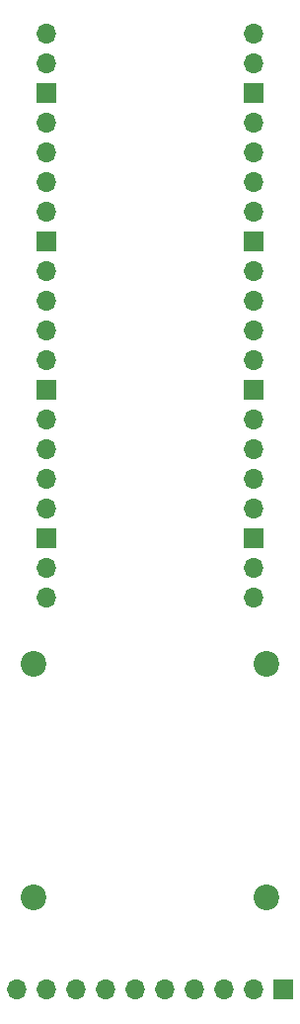
<source format=gbr>
%TF.GenerationSoftware,KiCad,Pcbnew,7.0.8*%
%TF.CreationDate,2024-02-25T19:39:46-05:00*%
%TF.ProjectId,P2,50322e6b-6963-4616-945f-706362585858,rev?*%
%TF.SameCoordinates,Original*%
%TF.FileFunction,Soldermask,Bot*%
%TF.FilePolarity,Negative*%
%FSLAX46Y46*%
G04 Gerber Fmt 4.6, Leading zero omitted, Abs format (unit mm)*
G04 Created by KiCad (PCBNEW 7.0.8) date 2024-02-25 19:39:46*
%MOMM*%
%LPD*%
G01*
G04 APERTURE LIST*
%ADD10O,1.700000X1.700000*%
%ADD11R,1.700000X1.700000*%
%ADD12C,2.200000*%
G04 APERTURE END LIST*
D10*
%TO.C,U1*%
X140970000Y-42164000D03*
X140970000Y-44704000D03*
D11*
X140970000Y-47244000D03*
D10*
X140970000Y-49784000D03*
X140970000Y-52324000D03*
X140970000Y-54864000D03*
X140970000Y-57404000D03*
D11*
X140970000Y-59944000D03*
D10*
X140970000Y-62484000D03*
X140970000Y-65024000D03*
X140970000Y-67564000D03*
X140970000Y-70104000D03*
D11*
X140970000Y-72644000D03*
D10*
X140970000Y-75184000D03*
X140970000Y-77724000D03*
X140970000Y-80264000D03*
X140970000Y-82804000D03*
D11*
X140970000Y-85344000D03*
D10*
X140970000Y-87884000D03*
X140970000Y-90424000D03*
X158750000Y-90424000D03*
X158750000Y-87884000D03*
D11*
X158750000Y-85344000D03*
D10*
X158750000Y-82804000D03*
X158750000Y-80264000D03*
X158750000Y-77724000D03*
X158750000Y-75184000D03*
D11*
X158750000Y-72644000D03*
D10*
X158750000Y-70104000D03*
X158750000Y-67564000D03*
X158750000Y-65024000D03*
X158750000Y-62484000D03*
D11*
X158750000Y-59944000D03*
D10*
X158750000Y-57404000D03*
X158750000Y-54864000D03*
X158750000Y-52324000D03*
X158750000Y-49784000D03*
D11*
X158750000Y-47244000D03*
D10*
X158750000Y-44704000D03*
X158750000Y-42164000D03*
%TD*%
D12*
%TO.C,H3*%
X159860000Y-116040000D03*
%TD*%
%TO.C,H4*%
X139860000Y-116040000D03*
%TD*%
%TO.C,H1*%
X159860000Y-96040000D03*
%TD*%
D11*
%TO.C,MPU-9250-Breakout1*%
X161290000Y-123952000D03*
D10*
X158750000Y-123952000D03*
X156210000Y-123952000D03*
X153670000Y-123952000D03*
X151130000Y-123952000D03*
X148590000Y-123952000D03*
X146050000Y-123952000D03*
X143510000Y-123952000D03*
X140970000Y-123952000D03*
X138430000Y-123952000D03*
%TD*%
D12*
%TO.C,H2*%
X139860000Y-96040000D03*
%TD*%
M02*

</source>
